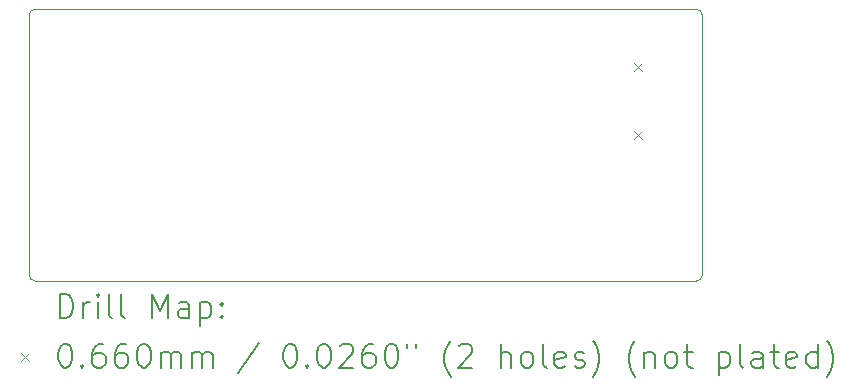
<source format=gbr>
%TF.GenerationSoftware,KiCad,Pcbnew,9.0.3*%
%TF.CreationDate,2026-02-10T01:52:12-05:00*%
%TF.ProjectId,WSG_2.0,5753475f-322e-4302-9e6b-696361645f70,rev?*%
%TF.SameCoordinates,Original*%
%TF.FileFunction,Drillmap*%
%TF.FilePolarity,Positive*%
%FSLAX45Y45*%
G04 Gerber Fmt 4.5, Leading zero omitted, Abs format (unit mm)*
G04 Created by KiCad (PCBNEW 9.0.3) date 2026-02-10 01:52:12*
%MOMM*%
%LPD*%
G01*
G04 APERTURE LIST*
%ADD10C,0.050000*%
%ADD11C,0.200000*%
%ADD12C,0.100000*%
G04 APERTURE END LIST*
D10*
X8950000Y-10200000D02*
G75*
G02*
X8900000Y-10150000I0J50000D01*
G01*
X14550000Y-7900000D02*
X8950000Y-7900000D01*
X14600000Y-10150000D02*
X14600000Y-7950000D01*
X14600000Y-10150000D02*
G75*
G02*
X14550000Y-10200000I-50000J0D01*
G01*
X8900000Y-7950000D02*
X8900000Y-10150000D01*
X8950000Y-10200000D02*
X14550000Y-10200000D01*
X14550000Y-7900000D02*
G75*
G02*
X14600000Y-7950000I0J-50000D01*
G01*
X8900000Y-7950000D02*
G75*
G02*
X8950000Y-7900000I50000J0D01*
G01*
D11*
D12*
X14024480Y-8352980D02*
X14090520Y-8419020D01*
X14090520Y-8352980D02*
X14024480Y-8419020D01*
X14024480Y-8930980D02*
X14090520Y-8997020D01*
X14090520Y-8930980D02*
X14024480Y-8997020D01*
D11*
X9158277Y-10513984D02*
X9158277Y-10313984D01*
X9158277Y-10313984D02*
X9205896Y-10313984D01*
X9205896Y-10313984D02*
X9234467Y-10323508D01*
X9234467Y-10323508D02*
X9253515Y-10342555D01*
X9253515Y-10342555D02*
X9263039Y-10361603D01*
X9263039Y-10361603D02*
X9272563Y-10399698D01*
X9272563Y-10399698D02*
X9272563Y-10428270D01*
X9272563Y-10428270D02*
X9263039Y-10466365D01*
X9263039Y-10466365D02*
X9253515Y-10485412D01*
X9253515Y-10485412D02*
X9234467Y-10504460D01*
X9234467Y-10504460D02*
X9205896Y-10513984D01*
X9205896Y-10513984D02*
X9158277Y-10513984D01*
X9358277Y-10513984D02*
X9358277Y-10380650D01*
X9358277Y-10418746D02*
X9367801Y-10399698D01*
X9367801Y-10399698D02*
X9377324Y-10390174D01*
X9377324Y-10390174D02*
X9396372Y-10380650D01*
X9396372Y-10380650D02*
X9415420Y-10380650D01*
X9482086Y-10513984D02*
X9482086Y-10380650D01*
X9482086Y-10313984D02*
X9472563Y-10323508D01*
X9472563Y-10323508D02*
X9482086Y-10333031D01*
X9482086Y-10333031D02*
X9491610Y-10323508D01*
X9491610Y-10323508D02*
X9482086Y-10313984D01*
X9482086Y-10313984D02*
X9482086Y-10333031D01*
X9605896Y-10513984D02*
X9586848Y-10504460D01*
X9586848Y-10504460D02*
X9577324Y-10485412D01*
X9577324Y-10485412D02*
X9577324Y-10313984D01*
X9710658Y-10513984D02*
X9691610Y-10504460D01*
X9691610Y-10504460D02*
X9682086Y-10485412D01*
X9682086Y-10485412D02*
X9682086Y-10313984D01*
X9939229Y-10513984D02*
X9939229Y-10313984D01*
X9939229Y-10313984D02*
X10005896Y-10456841D01*
X10005896Y-10456841D02*
X10072563Y-10313984D01*
X10072563Y-10313984D02*
X10072563Y-10513984D01*
X10253515Y-10513984D02*
X10253515Y-10409222D01*
X10253515Y-10409222D02*
X10243991Y-10390174D01*
X10243991Y-10390174D02*
X10224944Y-10380650D01*
X10224944Y-10380650D02*
X10186848Y-10380650D01*
X10186848Y-10380650D02*
X10167801Y-10390174D01*
X10253515Y-10504460D02*
X10234467Y-10513984D01*
X10234467Y-10513984D02*
X10186848Y-10513984D01*
X10186848Y-10513984D02*
X10167801Y-10504460D01*
X10167801Y-10504460D02*
X10158277Y-10485412D01*
X10158277Y-10485412D02*
X10158277Y-10466365D01*
X10158277Y-10466365D02*
X10167801Y-10447317D01*
X10167801Y-10447317D02*
X10186848Y-10437793D01*
X10186848Y-10437793D02*
X10234467Y-10437793D01*
X10234467Y-10437793D02*
X10253515Y-10428270D01*
X10348753Y-10380650D02*
X10348753Y-10580650D01*
X10348753Y-10390174D02*
X10367801Y-10380650D01*
X10367801Y-10380650D02*
X10405896Y-10380650D01*
X10405896Y-10380650D02*
X10424944Y-10390174D01*
X10424944Y-10390174D02*
X10434467Y-10399698D01*
X10434467Y-10399698D02*
X10443991Y-10418746D01*
X10443991Y-10418746D02*
X10443991Y-10475889D01*
X10443991Y-10475889D02*
X10434467Y-10494936D01*
X10434467Y-10494936D02*
X10424944Y-10504460D01*
X10424944Y-10504460D02*
X10405896Y-10513984D01*
X10405896Y-10513984D02*
X10367801Y-10513984D01*
X10367801Y-10513984D02*
X10348753Y-10504460D01*
X10529705Y-10494936D02*
X10539229Y-10504460D01*
X10539229Y-10504460D02*
X10529705Y-10513984D01*
X10529705Y-10513984D02*
X10520182Y-10504460D01*
X10520182Y-10504460D02*
X10529705Y-10494936D01*
X10529705Y-10494936D02*
X10529705Y-10513984D01*
X10529705Y-10390174D02*
X10539229Y-10399698D01*
X10539229Y-10399698D02*
X10529705Y-10409222D01*
X10529705Y-10409222D02*
X10520182Y-10399698D01*
X10520182Y-10399698D02*
X10529705Y-10390174D01*
X10529705Y-10390174D02*
X10529705Y-10409222D01*
D12*
X8831460Y-10809480D02*
X8897500Y-10875520D01*
X8897500Y-10809480D02*
X8831460Y-10875520D01*
D11*
X9196372Y-10733984D02*
X9215420Y-10733984D01*
X9215420Y-10733984D02*
X9234467Y-10743508D01*
X9234467Y-10743508D02*
X9243991Y-10753031D01*
X9243991Y-10753031D02*
X9253515Y-10772079D01*
X9253515Y-10772079D02*
X9263039Y-10810174D01*
X9263039Y-10810174D02*
X9263039Y-10857793D01*
X9263039Y-10857793D02*
X9253515Y-10895889D01*
X9253515Y-10895889D02*
X9243991Y-10914936D01*
X9243991Y-10914936D02*
X9234467Y-10924460D01*
X9234467Y-10924460D02*
X9215420Y-10933984D01*
X9215420Y-10933984D02*
X9196372Y-10933984D01*
X9196372Y-10933984D02*
X9177324Y-10924460D01*
X9177324Y-10924460D02*
X9167801Y-10914936D01*
X9167801Y-10914936D02*
X9158277Y-10895889D01*
X9158277Y-10895889D02*
X9148753Y-10857793D01*
X9148753Y-10857793D02*
X9148753Y-10810174D01*
X9148753Y-10810174D02*
X9158277Y-10772079D01*
X9158277Y-10772079D02*
X9167801Y-10753031D01*
X9167801Y-10753031D02*
X9177324Y-10743508D01*
X9177324Y-10743508D02*
X9196372Y-10733984D01*
X9348753Y-10914936D02*
X9358277Y-10924460D01*
X9358277Y-10924460D02*
X9348753Y-10933984D01*
X9348753Y-10933984D02*
X9339229Y-10924460D01*
X9339229Y-10924460D02*
X9348753Y-10914936D01*
X9348753Y-10914936D02*
X9348753Y-10933984D01*
X9529705Y-10733984D02*
X9491610Y-10733984D01*
X9491610Y-10733984D02*
X9472563Y-10743508D01*
X9472563Y-10743508D02*
X9463039Y-10753031D01*
X9463039Y-10753031D02*
X9443991Y-10781603D01*
X9443991Y-10781603D02*
X9434467Y-10819698D01*
X9434467Y-10819698D02*
X9434467Y-10895889D01*
X9434467Y-10895889D02*
X9443991Y-10914936D01*
X9443991Y-10914936D02*
X9453515Y-10924460D01*
X9453515Y-10924460D02*
X9472563Y-10933984D01*
X9472563Y-10933984D02*
X9510658Y-10933984D01*
X9510658Y-10933984D02*
X9529705Y-10924460D01*
X9529705Y-10924460D02*
X9539229Y-10914936D01*
X9539229Y-10914936D02*
X9548753Y-10895889D01*
X9548753Y-10895889D02*
X9548753Y-10848270D01*
X9548753Y-10848270D02*
X9539229Y-10829222D01*
X9539229Y-10829222D02*
X9529705Y-10819698D01*
X9529705Y-10819698D02*
X9510658Y-10810174D01*
X9510658Y-10810174D02*
X9472563Y-10810174D01*
X9472563Y-10810174D02*
X9453515Y-10819698D01*
X9453515Y-10819698D02*
X9443991Y-10829222D01*
X9443991Y-10829222D02*
X9434467Y-10848270D01*
X9720182Y-10733984D02*
X9682086Y-10733984D01*
X9682086Y-10733984D02*
X9663039Y-10743508D01*
X9663039Y-10743508D02*
X9653515Y-10753031D01*
X9653515Y-10753031D02*
X9634467Y-10781603D01*
X9634467Y-10781603D02*
X9624944Y-10819698D01*
X9624944Y-10819698D02*
X9624944Y-10895889D01*
X9624944Y-10895889D02*
X9634467Y-10914936D01*
X9634467Y-10914936D02*
X9643991Y-10924460D01*
X9643991Y-10924460D02*
X9663039Y-10933984D01*
X9663039Y-10933984D02*
X9701134Y-10933984D01*
X9701134Y-10933984D02*
X9720182Y-10924460D01*
X9720182Y-10924460D02*
X9729705Y-10914936D01*
X9729705Y-10914936D02*
X9739229Y-10895889D01*
X9739229Y-10895889D02*
X9739229Y-10848270D01*
X9739229Y-10848270D02*
X9729705Y-10829222D01*
X9729705Y-10829222D02*
X9720182Y-10819698D01*
X9720182Y-10819698D02*
X9701134Y-10810174D01*
X9701134Y-10810174D02*
X9663039Y-10810174D01*
X9663039Y-10810174D02*
X9643991Y-10819698D01*
X9643991Y-10819698D02*
X9634467Y-10829222D01*
X9634467Y-10829222D02*
X9624944Y-10848270D01*
X9863039Y-10733984D02*
X9882086Y-10733984D01*
X9882086Y-10733984D02*
X9901134Y-10743508D01*
X9901134Y-10743508D02*
X9910658Y-10753031D01*
X9910658Y-10753031D02*
X9920182Y-10772079D01*
X9920182Y-10772079D02*
X9929705Y-10810174D01*
X9929705Y-10810174D02*
X9929705Y-10857793D01*
X9929705Y-10857793D02*
X9920182Y-10895889D01*
X9920182Y-10895889D02*
X9910658Y-10914936D01*
X9910658Y-10914936D02*
X9901134Y-10924460D01*
X9901134Y-10924460D02*
X9882086Y-10933984D01*
X9882086Y-10933984D02*
X9863039Y-10933984D01*
X9863039Y-10933984D02*
X9843991Y-10924460D01*
X9843991Y-10924460D02*
X9834467Y-10914936D01*
X9834467Y-10914936D02*
X9824944Y-10895889D01*
X9824944Y-10895889D02*
X9815420Y-10857793D01*
X9815420Y-10857793D02*
X9815420Y-10810174D01*
X9815420Y-10810174D02*
X9824944Y-10772079D01*
X9824944Y-10772079D02*
X9834467Y-10753031D01*
X9834467Y-10753031D02*
X9843991Y-10743508D01*
X9843991Y-10743508D02*
X9863039Y-10733984D01*
X10015420Y-10933984D02*
X10015420Y-10800650D01*
X10015420Y-10819698D02*
X10024944Y-10810174D01*
X10024944Y-10810174D02*
X10043991Y-10800650D01*
X10043991Y-10800650D02*
X10072563Y-10800650D01*
X10072563Y-10800650D02*
X10091610Y-10810174D01*
X10091610Y-10810174D02*
X10101134Y-10829222D01*
X10101134Y-10829222D02*
X10101134Y-10933984D01*
X10101134Y-10829222D02*
X10110658Y-10810174D01*
X10110658Y-10810174D02*
X10129705Y-10800650D01*
X10129705Y-10800650D02*
X10158277Y-10800650D01*
X10158277Y-10800650D02*
X10177325Y-10810174D01*
X10177325Y-10810174D02*
X10186848Y-10829222D01*
X10186848Y-10829222D02*
X10186848Y-10933984D01*
X10282086Y-10933984D02*
X10282086Y-10800650D01*
X10282086Y-10819698D02*
X10291610Y-10810174D01*
X10291610Y-10810174D02*
X10310658Y-10800650D01*
X10310658Y-10800650D02*
X10339229Y-10800650D01*
X10339229Y-10800650D02*
X10358277Y-10810174D01*
X10358277Y-10810174D02*
X10367801Y-10829222D01*
X10367801Y-10829222D02*
X10367801Y-10933984D01*
X10367801Y-10829222D02*
X10377325Y-10810174D01*
X10377325Y-10810174D02*
X10396372Y-10800650D01*
X10396372Y-10800650D02*
X10424944Y-10800650D01*
X10424944Y-10800650D02*
X10443991Y-10810174D01*
X10443991Y-10810174D02*
X10453515Y-10829222D01*
X10453515Y-10829222D02*
X10453515Y-10933984D01*
X10843991Y-10724460D02*
X10672563Y-10981603D01*
X11101134Y-10733984D02*
X11120182Y-10733984D01*
X11120182Y-10733984D02*
X11139229Y-10743508D01*
X11139229Y-10743508D02*
X11148753Y-10753031D01*
X11148753Y-10753031D02*
X11158277Y-10772079D01*
X11158277Y-10772079D02*
X11167801Y-10810174D01*
X11167801Y-10810174D02*
X11167801Y-10857793D01*
X11167801Y-10857793D02*
X11158277Y-10895889D01*
X11158277Y-10895889D02*
X11148753Y-10914936D01*
X11148753Y-10914936D02*
X11139229Y-10924460D01*
X11139229Y-10924460D02*
X11120182Y-10933984D01*
X11120182Y-10933984D02*
X11101134Y-10933984D01*
X11101134Y-10933984D02*
X11082087Y-10924460D01*
X11082087Y-10924460D02*
X11072563Y-10914936D01*
X11072563Y-10914936D02*
X11063039Y-10895889D01*
X11063039Y-10895889D02*
X11053515Y-10857793D01*
X11053515Y-10857793D02*
X11053515Y-10810174D01*
X11053515Y-10810174D02*
X11063039Y-10772079D01*
X11063039Y-10772079D02*
X11072563Y-10753031D01*
X11072563Y-10753031D02*
X11082087Y-10743508D01*
X11082087Y-10743508D02*
X11101134Y-10733984D01*
X11253515Y-10914936D02*
X11263039Y-10924460D01*
X11263039Y-10924460D02*
X11253515Y-10933984D01*
X11253515Y-10933984D02*
X11243991Y-10924460D01*
X11243991Y-10924460D02*
X11253515Y-10914936D01*
X11253515Y-10914936D02*
X11253515Y-10933984D01*
X11386848Y-10733984D02*
X11405896Y-10733984D01*
X11405896Y-10733984D02*
X11424944Y-10743508D01*
X11424944Y-10743508D02*
X11434467Y-10753031D01*
X11434467Y-10753031D02*
X11443991Y-10772079D01*
X11443991Y-10772079D02*
X11453515Y-10810174D01*
X11453515Y-10810174D02*
X11453515Y-10857793D01*
X11453515Y-10857793D02*
X11443991Y-10895889D01*
X11443991Y-10895889D02*
X11434467Y-10914936D01*
X11434467Y-10914936D02*
X11424944Y-10924460D01*
X11424944Y-10924460D02*
X11405896Y-10933984D01*
X11405896Y-10933984D02*
X11386848Y-10933984D01*
X11386848Y-10933984D02*
X11367801Y-10924460D01*
X11367801Y-10924460D02*
X11358277Y-10914936D01*
X11358277Y-10914936D02*
X11348753Y-10895889D01*
X11348753Y-10895889D02*
X11339229Y-10857793D01*
X11339229Y-10857793D02*
X11339229Y-10810174D01*
X11339229Y-10810174D02*
X11348753Y-10772079D01*
X11348753Y-10772079D02*
X11358277Y-10753031D01*
X11358277Y-10753031D02*
X11367801Y-10743508D01*
X11367801Y-10743508D02*
X11386848Y-10733984D01*
X11529706Y-10753031D02*
X11539229Y-10743508D01*
X11539229Y-10743508D02*
X11558277Y-10733984D01*
X11558277Y-10733984D02*
X11605896Y-10733984D01*
X11605896Y-10733984D02*
X11624944Y-10743508D01*
X11624944Y-10743508D02*
X11634467Y-10753031D01*
X11634467Y-10753031D02*
X11643991Y-10772079D01*
X11643991Y-10772079D02*
X11643991Y-10791127D01*
X11643991Y-10791127D02*
X11634467Y-10819698D01*
X11634467Y-10819698D02*
X11520182Y-10933984D01*
X11520182Y-10933984D02*
X11643991Y-10933984D01*
X11815420Y-10733984D02*
X11777325Y-10733984D01*
X11777325Y-10733984D02*
X11758277Y-10743508D01*
X11758277Y-10743508D02*
X11748753Y-10753031D01*
X11748753Y-10753031D02*
X11729706Y-10781603D01*
X11729706Y-10781603D02*
X11720182Y-10819698D01*
X11720182Y-10819698D02*
X11720182Y-10895889D01*
X11720182Y-10895889D02*
X11729706Y-10914936D01*
X11729706Y-10914936D02*
X11739229Y-10924460D01*
X11739229Y-10924460D02*
X11758277Y-10933984D01*
X11758277Y-10933984D02*
X11796372Y-10933984D01*
X11796372Y-10933984D02*
X11815420Y-10924460D01*
X11815420Y-10924460D02*
X11824944Y-10914936D01*
X11824944Y-10914936D02*
X11834467Y-10895889D01*
X11834467Y-10895889D02*
X11834467Y-10848270D01*
X11834467Y-10848270D02*
X11824944Y-10829222D01*
X11824944Y-10829222D02*
X11815420Y-10819698D01*
X11815420Y-10819698D02*
X11796372Y-10810174D01*
X11796372Y-10810174D02*
X11758277Y-10810174D01*
X11758277Y-10810174D02*
X11739229Y-10819698D01*
X11739229Y-10819698D02*
X11729706Y-10829222D01*
X11729706Y-10829222D02*
X11720182Y-10848270D01*
X11958277Y-10733984D02*
X11977325Y-10733984D01*
X11977325Y-10733984D02*
X11996372Y-10743508D01*
X11996372Y-10743508D02*
X12005896Y-10753031D01*
X12005896Y-10753031D02*
X12015420Y-10772079D01*
X12015420Y-10772079D02*
X12024944Y-10810174D01*
X12024944Y-10810174D02*
X12024944Y-10857793D01*
X12024944Y-10857793D02*
X12015420Y-10895889D01*
X12015420Y-10895889D02*
X12005896Y-10914936D01*
X12005896Y-10914936D02*
X11996372Y-10924460D01*
X11996372Y-10924460D02*
X11977325Y-10933984D01*
X11977325Y-10933984D02*
X11958277Y-10933984D01*
X11958277Y-10933984D02*
X11939229Y-10924460D01*
X11939229Y-10924460D02*
X11929706Y-10914936D01*
X11929706Y-10914936D02*
X11920182Y-10895889D01*
X11920182Y-10895889D02*
X11910658Y-10857793D01*
X11910658Y-10857793D02*
X11910658Y-10810174D01*
X11910658Y-10810174D02*
X11920182Y-10772079D01*
X11920182Y-10772079D02*
X11929706Y-10753031D01*
X11929706Y-10753031D02*
X11939229Y-10743508D01*
X11939229Y-10743508D02*
X11958277Y-10733984D01*
X12101134Y-10733984D02*
X12101134Y-10772079D01*
X12177325Y-10733984D02*
X12177325Y-10772079D01*
X12472563Y-11010174D02*
X12463039Y-11000650D01*
X12463039Y-11000650D02*
X12443991Y-10972079D01*
X12443991Y-10972079D02*
X12434468Y-10953031D01*
X12434468Y-10953031D02*
X12424944Y-10924460D01*
X12424944Y-10924460D02*
X12415420Y-10876841D01*
X12415420Y-10876841D02*
X12415420Y-10838746D01*
X12415420Y-10838746D02*
X12424944Y-10791127D01*
X12424944Y-10791127D02*
X12434468Y-10762555D01*
X12434468Y-10762555D02*
X12443991Y-10743508D01*
X12443991Y-10743508D02*
X12463039Y-10714936D01*
X12463039Y-10714936D02*
X12472563Y-10705412D01*
X12539229Y-10753031D02*
X12548753Y-10743508D01*
X12548753Y-10743508D02*
X12567801Y-10733984D01*
X12567801Y-10733984D02*
X12615420Y-10733984D01*
X12615420Y-10733984D02*
X12634468Y-10743508D01*
X12634468Y-10743508D02*
X12643991Y-10753031D01*
X12643991Y-10753031D02*
X12653515Y-10772079D01*
X12653515Y-10772079D02*
X12653515Y-10791127D01*
X12653515Y-10791127D02*
X12643991Y-10819698D01*
X12643991Y-10819698D02*
X12529706Y-10933984D01*
X12529706Y-10933984D02*
X12653515Y-10933984D01*
X12891610Y-10933984D02*
X12891610Y-10733984D01*
X12977325Y-10933984D02*
X12977325Y-10829222D01*
X12977325Y-10829222D02*
X12967801Y-10810174D01*
X12967801Y-10810174D02*
X12948753Y-10800650D01*
X12948753Y-10800650D02*
X12920182Y-10800650D01*
X12920182Y-10800650D02*
X12901134Y-10810174D01*
X12901134Y-10810174D02*
X12891610Y-10819698D01*
X13101134Y-10933984D02*
X13082087Y-10924460D01*
X13082087Y-10924460D02*
X13072563Y-10914936D01*
X13072563Y-10914936D02*
X13063039Y-10895889D01*
X13063039Y-10895889D02*
X13063039Y-10838746D01*
X13063039Y-10838746D02*
X13072563Y-10819698D01*
X13072563Y-10819698D02*
X13082087Y-10810174D01*
X13082087Y-10810174D02*
X13101134Y-10800650D01*
X13101134Y-10800650D02*
X13129706Y-10800650D01*
X13129706Y-10800650D02*
X13148753Y-10810174D01*
X13148753Y-10810174D02*
X13158277Y-10819698D01*
X13158277Y-10819698D02*
X13167801Y-10838746D01*
X13167801Y-10838746D02*
X13167801Y-10895889D01*
X13167801Y-10895889D02*
X13158277Y-10914936D01*
X13158277Y-10914936D02*
X13148753Y-10924460D01*
X13148753Y-10924460D02*
X13129706Y-10933984D01*
X13129706Y-10933984D02*
X13101134Y-10933984D01*
X13282087Y-10933984D02*
X13263039Y-10924460D01*
X13263039Y-10924460D02*
X13253515Y-10905412D01*
X13253515Y-10905412D02*
X13253515Y-10733984D01*
X13434468Y-10924460D02*
X13415420Y-10933984D01*
X13415420Y-10933984D02*
X13377325Y-10933984D01*
X13377325Y-10933984D02*
X13358277Y-10924460D01*
X13358277Y-10924460D02*
X13348753Y-10905412D01*
X13348753Y-10905412D02*
X13348753Y-10829222D01*
X13348753Y-10829222D02*
X13358277Y-10810174D01*
X13358277Y-10810174D02*
X13377325Y-10800650D01*
X13377325Y-10800650D02*
X13415420Y-10800650D01*
X13415420Y-10800650D02*
X13434468Y-10810174D01*
X13434468Y-10810174D02*
X13443991Y-10829222D01*
X13443991Y-10829222D02*
X13443991Y-10848270D01*
X13443991Y-10848270D02*
X13348753Y-10867317D01*
X13520182Y-10924460D02*
X13539230Y-10933984D01*
X13539230Y-10933984D02*
X13577325Y-10933984D01*
X13577325Y-10933984D02*
X13596372Y-10924460D01*
X13596372Y-10924460D02*
X13605896Y-10905412D01*
X13605896Y-10905412D02*
X13605896Y-10895889D01*
X13605896Y-10895889D02*
X13596372Y-10876841D01*
X13596372Y-10876841D02*
X13577325Y-10867317D01*
X13577325Y-10867317D02*
X13548753Y-10867317D01*
X13548753Y-10867317D02*
X13529706Y-10857793D01*
X13529706Y-10857793D02*
X13520182Y-10838746D01*
X13520182Y-10838746D02*
X13520182Y-10829222D01*
X13520182Y-10829222D02*
X13529706Y-10810174D01*
X13529706Y-10810174D02*
X13548753Y-10800650D01*
X13548753Y-10800650D02*
X13577325Y-10800650D01*
X13577325Y-10800650D02*
X13596372Y-10810174D01*
X13672563Y-11010174D02*
X13682087Y-11000650D01*
X13682087Y-11000650D02*
X13701134Y-10972079D01*
X13701134Y-10972079D02*
X13710658Y-10953031D01*
X13710658Y-10953031D02*
X13720182Y-10924460D01*
X13720182Y-10924460D02*
X13729706Y-10876841D01*
X13729706Y-10876841D02*
X13729706Y-10838746D01*
X13729706Y-10838746D02*
X13720182Y-10791127D01*
X13720182Y-10791127D02*
X13710658Y-10762555D01*
X13710658Y-10762555D02*
X13701134Y-10743508D01*
X13701134Y-10743508D02*
X13682087Y-10714936D01*
X13682087Y-10714936D02*
X13672563Y-10705412D01*
X14034468Y-11010174D02*
X14024944Y-11000650D01*
X14024944Y-11000650D02*
X14005896Y-10972079D01*
X14005896Y-10972079D02*
X13996372Y-10953031D01*
X13996372Y-10953031D02*
X13986849Y-10924460D01*
X13986849Y-10924460D02*
X13977325Y-10876841D01*
X13977325Y-10876841D02*
X13977325Y-10838746D01*
X13977325Y-10838746D02*
X13986849Y-10791127D01*
X13986849Y-10791127D02*
X13996372Y-10762555D01*
X13996372Y-10762555D02*
X14005896Y-10743508D01*
X14005896Y-10743508D02*
X14024944Y-10714936D01*
X14024944Y-10714936D02*
X14034468Y-10705412D01*
X14110658Y-10800650D02*
X14110658Y-10933984D01*
X14110658Y-10819698D02*
X14120182Y-10810174D01*
X14120182Y-10810174D02*
X14139230Y-10800650D01*
X14139230Y-10800650D02*
X14167801Y-10800650D01*
X14167801Y-10800650D02*
X14186849Y-10810174D01*
X14186849Y-10810174D02*
X14196372Y-10829222D01*
X14196372Y-10829222D02*
X14196372Y-10933984D01*
X14320182Y-10933984D02*
X14301134Y-10924460D01*
X14301134Y-10924460D02*
X14291611Y-10914936D01*
X14291611Y-10914936D02*
X14282087Y-10895889D01*
X14282087Y-10895889D02*
X14282087Y-10838746D01*
X14282087Y-10838746D02*
X14291611Y-10819698D01*
X14291611Y-10819698D02*
X14301134Y-10810174D01*
X14301134Y-10810174D02*
X14320182Y-10800650D01*
X14320182Y-10800650D02*
X14348753Y-10800650D01*
X14348753Y-10800650D02*
X14367801Y-10810174D01*
X14367801Y-10810174D02*
X14377325Y-10819698D01*
X14377325Y-10819698D02*
X14386849Y-10838746D01*
X14386849Y-10838746D02*
X14386849Y-10895889D01*
X14386849Y-10895889D02*
X14377325Y-10914936D01*
X14377325Y-10914936D02*
X14367801Y-10924460D01*
X14367801Y-10924460D02*
X14348753Y-10933984D01*
X14348753Y-10933984D02*
X14320182Y-10933984D01*
X14443992Y-10800650D02*
X14520182Y-10800650D01*
X14472563Y-10733984D02*
X14472563Y-10905412D01*
X14472563Y-10905412D02*
X14482087Y-10924460D01*
X14482087Y-10924460D02*
X14501134Y-10933984D01*
X14501134Y-10933984D02*
X14520182Y-10933984D01*
X14739230Y-10800650D02*
X14739230Y-11000650D01*
X14739230Y-10810174D02*
X14758277Y-10800650D01*
X14758277Y-10800650D02*
X14796373Y-10800650D01*
X14796373Y-10800650D02*
X14815420Y-10810174D01*
X14815420Y-10810174D02*
X14824944Y-10819698D01*
X14824944Y-10819698D02*
X14834468Y-10838746D01*
X14834468Y-10838746D02*
X14834468Y-10895889D01*
X14834468Y-10895889D02*
X14824944Y-10914936D01*
X14824944Y-10914936D02*
X14815420Y-10924460D01*
X14815420Y-10924460D02*
X14796373Y-10933984D01*
X14796373Y-10933984D02*
X14758277Y-10933984D01*
X14758277Y-10933984D02*
X14739230Y-10924460D01*
X14948753Y-10933984D02*
X14929706Y-10924460D01*
X14929706Y-10924460D02*
X14920182Y-10905412D01*
X14920182Y-10905412D02*
X14920182Y-10733984D01*
X15110658Y-10933984D02*
X15110658Y-10829222D01*
X15110658Y-10829222D02*
X15101134Y-10810174D01*
X15101134Y-10810174D02*
X15082087Y-10800650D01*
X15082087Y-10800650D02*
X15043992Y-10800650D01*
X15043992Y-10800650D02*
X15024944Y-10810174D01*
X15110658Y-10924460D02*
X15091611Y-10933984D01*
X15091611Y-10933984D02*
X15043992Y-10933984D01*
X15043992Y-10933984D02*
X15024944Y-10924460D01*
X15024944Y-10924460D02*
X15015420Y-10905412D01*
X15015420Y-10905412D02*
X15015420Y-10886365D01*
X15015420Y-10886365D02*
X15024944Y-10867317D01*
X15024944Y-10867317D02*
X15043992Y-10857793D01*
X15043992Y-10857793D02*
X15091611Y-10857793D01*
X15091611Y-10857793D02*
X15110658Y-10848270D01*
X15177325Y-10800650D02*
X15253515Y-10800650D01*
X15205896Y-10733984D02*
X15205896Y-10905412D01*
X15205896Y-10905412D02*
X15215420Y-10924460D01*
X15215420Y-10924460D02*
X15234468Y-10933984D01*
X15234468Y-10933984D02*
X15253515Y-10933984D01*
X15396373Y-10924460D02*
X15377325Y-10933984D01*
X15377325Y-10933984D02*
X15339230Y-10933984D01*
X15339230Y-10933984D02*
X15320182Y-10924460D01*
X15320182Y-10924460D02*
X15310658Y-10905412D01*
X15310658Y-10905412D02*
X15310658Y-10829222D01*
X15310658Y-10829222D02*
X15320182Y-10810174D01*
X15320182Y-10810174D02*
X15339230Y-10800650D01*
X15339230Y-10800650D02*
X15377325Y-10800650D01*
X15377325Y-10800650D02*
X15396373Y-10810174D01*
X15396373Y-10810174D02*
X15405896Y-10829222D01*
X15405896Y-10829222D02*
X15405896Y-10848270D01*
X15405896Y-10848270D02*
X15310658Y-10867317D01*
X15577325Y-10933984D02*
X15577325Y-10733984D01*
X15577325Y-10924460D02*
X15558277Y-10933984D01*
X15558277Y-10933984D02*
X15520182Y-10933984D01*
X15520182Y-10933984D02*
X15501134Y-10924460D01*
X15501134Y-10924460D02*
X15491611Y-10914936D01*
X15491611Y-10914936D02*
X15482087Y-10895889D01*
X15482087Y-10895889D02*
X15482087Y-10838746D01*
X15482087Y-10838746D02*
X15491611Y-10819698D01*
X15491611Y-10819698D02*
X15501134Y-10810174D01*
X15501134Y-10810174D02*
X15520182Y-10800650D01*
X15520182Y-10800650D02*
X15558277Y-10800650D01*
X15558277Y-10800650D02*
X15577325Y-10810174D01*
X15653515Y-11010174D02*
X15663039Y-11000650D01*
X15663039Y-11000650D02*
X15682087Y-10972079D01*
X15682087Y-10972079D02*
X15691611Y-10953031D01*
X15691611Y-10953031D02*
X15701134Y-10924460D01*
X15701134Y-10924460D02*
X15710658Y-10876841D01*
X15710658Y-10876841D02*
X15710658Y-10838746D01*
X15710658Y-10838746D02*
X15701134Y-10791127D01*
X15701134Y-10791127D02*
X15691611Y-10762555D01*
X15691611Y-10762555D02*
X15682087Y-10743508D01*
X15682087Y-10743508D02*
X15663039Y-10714936D01*
X15663039Y-10714936D02*
X15653515Y-10705412D01*
M02*

</source>
